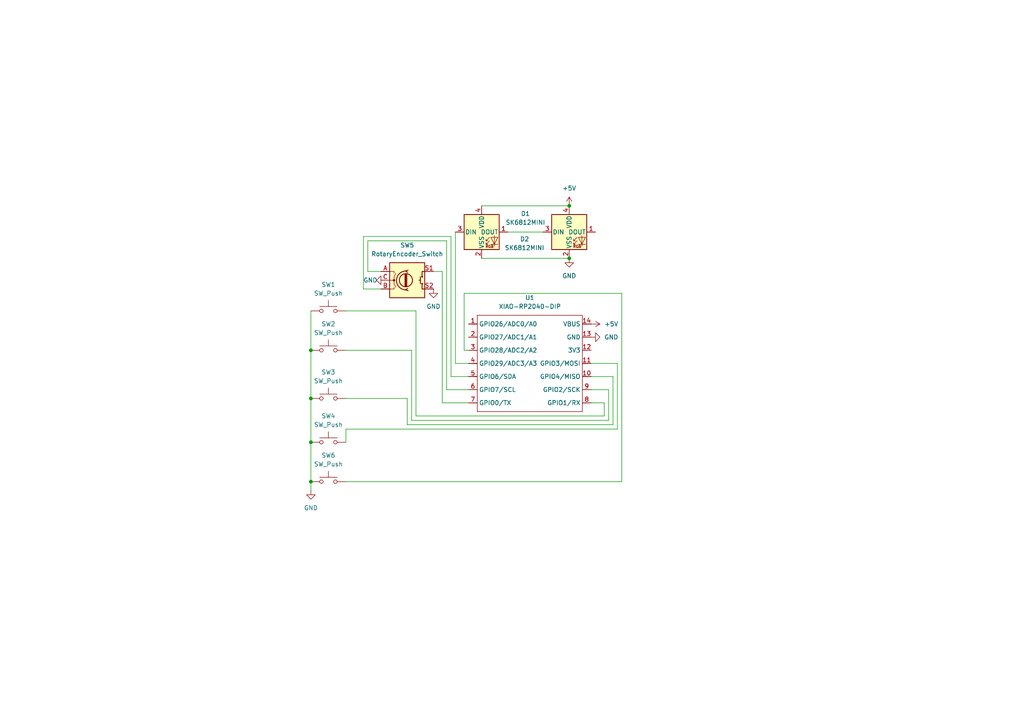
<source format=kicad_sch>
(kicad_sch
	(version 20231120)
	(generator "eeschema")
	(generator_version "8.0")
	(uuid "edee1925-628e-45ac-8473-3c8cca85ef0d")
	(paper "A4")
	(lib_symbols
		(symbol "Device:RotaryEncoder_Switch"
			(pin_names
				(offset 0.254) hide)
			(exclude_from_sim no)
			(in_bom yes)
			(on_board yes)
			(property "Reference" "SW"
				(at 0 6.604 0)
				(effects
					(font
						(size 1.27 1.27)
					)
				)
			)
			(property "Value" "RotaryEncoder_Switch"
				(at 0 -6.604 0)
				(effects
					(font
						(size 1.27 1.27)
					)
				)
			)
			(property "Footprint" ""
				(at -3.81 4.064 0)
				(effects
					(font
						(size 1.27 1.27)
					)
					(hide yes)
				)
			)
			(property "Datasheet" "~"
				(at 0 6.604 0)
				(effects
					(font
						(size 1.27 1.27)
					)
					(hide yes)
				)
			)
			(property "Description" "Rotary encoder, dual channel, incremental quadrate outputs, with switch"
				(at 0 0 0)
				(effects
					(font
						(size 1.27 1.27)
					)
					(hide yes)
				)
			)
			(property "ki_keywords" "rotary switch encoder switch push button"
				(at 0 0 0)
				(effects
					(font
						(size 1.27 1.27)
					)
					(hide yes)
				)
			)
			(property "ki_fp_filters" "RotaryEncoder*Switch*"
				(at 0 0 0)
				(effects
					(font
						(size 1.27 1.27)
					)
					(hide yes)
				)
			)
			(symbol "RotaryEncoder_Switch_0_1"
				(rectangle
					(start -5.08 5.08)
					(end 5.08 -5.08)
					(stroke
						(width 0.254)
						(type default)
					)
					(fill
						(type background)
					)
				)
				(circle
					(center -3.81 0)
					(radius 0.254)
					(stroke
						(width 0)
						(type default)
					)
					(fill
						(type outline)
					)
				)
				(circle
					(center -0.381 0)
					(radius 1.905)
					(stroke
						(width 0.254)
						(type default)
					)
					(fill
						(type none)
					)
				)
				(arc
					(start -0.381 2.667)
					(mid -3.0988 -0.0635)
					(end -0.381 -2.794)
					(stroke
						(width 0.254)
						(type default)
					)
					(fill
						(type none)
					)
				)
				(polyline
					(pts
						(xy -0.635 -1.778) (xy -0.635 1.778)
					)
					(stroke
						(width 0.254)
						(type default)
					)
					(fill
						(type none)
					)
				)
				(polyline
					(pts
						(xy -0.381 -1.778) (xy -0.381 1.778)
					)
					(stroke
						(width 0.254)
						(type default)
					)
					(fill
						(type none)
					)
				)
				(polyline
					(pts
						(xy -0.127 1.778) (xy -0.127 -1.778)
					)
					(stroke
						(width 0.254)
						(type default)
					)
					(fill
						(type none)
					)
				)
				(polyline
					(pts
						(xy 3.81 0) (xy 3.429 0)
					)
					(stroke
						(width 0.254)
						(type default)
					)
					(fill
						(type none)
					)
				)
				(polyline
					(pts
						(xy 3.81 1.016) (xy 3.81 -1.016)
					)
					(stroke
						(width 0.254)
						(type default)
					)
					(fill
						(type none)
					)
				)
				(polyline
					(pts
						(xy -5.08 -2.54) (xy -3.81 -2.54) (xy -3.81 -2.032)
					)
					(stroke
						(width 0)
						(type default)
					)
					(fill
						(type none)
					)
				)
				(polyline
					(pts
						(xy -5.08 2.54) (xy -3.81 2.54) (xy -3.81 2.032)
					)
					(stroke
						(width 0)
						(type default)
					)
					(fill
						(type none)
					)
				)
				(polyline
					(pts
						(xy 0.254 -3.048) (xy -0.508 -2.794) (xy 0.127 -2.413)
					)
					(stroke
						(width 0.254)
						(type default)
					)
					(fill
						(type none)
					)
				)
				(polyline
					(pts
						(xy 0.254 2.921) (xy -0.508 2.667) (xy 0.127 2.286)
					)
					(stroke
						(width 0.254)
						(type default)
					)
					(fill
						(type none)
					)
				)
				(polyline
					(pts
						(xy 5.08 -2.54) (xy 4.318 -2.54) (xy 4.318 -1.016)
					)
					(stroke
						(width 0.254)
						(type default)
					)
					(fill
						(type none)
					)
				)
				(polyline
					(pts
						(xy 5.08 2.54) (xy 4.318 2.54) (xy 4.318 1.016)
					)
					(stroke
						(width 0.254)
						(type default)
					)
					(fill
						(type none)
					)
				)
				(polyline
					(pts
						(xy -5.08 0) (xy -3.81 0) (xy -3.81 -1.016) (xy -3.302 -2.032)
					)
					(stroke
						(width 0)
						(type default)
					)
					(fill
						(type none)
					)
				)
				(polyline
					(pts
						(xy -4.318 0) (xy -3.81 0) (xy -3.81 1.016) (xy -3.302 2.032)
					)
					(stroke
						(width 0)
						(type default)
					)
					(fill
						(type none)
					)
				)
				(circle
					(center 4.318 -1.016)
					(radius 0.127)
					(stroke
						(width 0.254)
						(type default)
					)
					(fill
						(type none)
					)
				)
				(circle
					(center 4.318 1.016)
					(radius 0.127)
					(stroke
						(width 0.254)
						(type default)
					)
					(fill
						(type none)
					)
				)
			)
			(symbol "RotaryEncoder_Switch_1_1"
				(pin passive line
					(at -7.62 2.54 0)
					(length 2.54)
					(name "A"
						(effects
							(font
								(size 1.27 1.27)
							)
						)
					)
					(number "A"
						(effects
							(font
								(size 1.27 1.27)
							)
						)
					)
				)
				(pin passive line
					(at -7.62 -2.54 0)
					(length 2.54)
					(name "B"
						(effects
							(font
								(size 1.27 1.27)
							)
						)
					)
					(number "B"
						(effects
							(font
								(size 1.27 1.27)
							)
						)
					)
				)
				(pin passive line
					(at -7.62 0 0)
					(length 2.54)
					(name "C"
						(effects
							(font
								(size 1.27 1.27)
							)
						)
					)
					(number "C"
						(effects
							(font
								(size 1.27 1.27)
							)
						)
					)
				)
				(pin passive line
					(at 7.62 2.54 180)
					(length 2.54)
					(name "S1"
						(effects
							(font
								(size 1.27 1.27)
							)
						)
					)
					(number "S1"
						(effects
							(font
								(size 1.27 1.27)
							)
						)
					)
				)
				(pin passive line
					(at 7.62 -2.54 180)
					(length 2.54)
					(name "S2"
						(effects
							(font
								(size 1.27 1.27)
							)
						)
					)
					(number "S2"
						(effects
							(font
								(size 1.27 1.27)
							)
						)
					)
				)
			)
		)
		(symbol "LED:SK6812MINI"
			(pin_names
				(offset 0.254)
			)
			(exclude_from_sim no)
			(in_bom yes)
			(on_board yes)
			(property "Reference" "D"
				(at 5.08 5.715 0)
				(effects
					(font
						(size 1.27 1.27)
					)
					(justify right bottom)
				)
			)
			(property "Value" "SK6812MINI"
				(at 1.27 -5.715 0)
				(effects
					(font
						(size 1.27 1.27)
					)
					(justify left top)
				)
			)
			(property "Footprint" "LED_SMD:LED_SK6812MINI_PLCC4_3.5x3.5mm_P1.75mm"
				(at 1.27 -7.62 0)
				(effects
					(font
						(size 1.27 1.27)
					)
					(justify left top)
					(hide yes)
				)
			)
			(property "Datasheet" "https://cdn-shop.adafruit.com/product-files/2686/SK6812MINI_REV.01-1-2.pdf"
				(at 2.54 -9.525 0)
				(effects
					(font
						(size 1.27 1.27)
					)
					(justify left top)
					(hide yes)
				)
			)
			(property "Description" "RGB LED with integrated controller"
				(at 0 0 0)
				(effects
					(font
						(size 1.27 1.27)
					)
					(hide yes)
				)
			)
			(property "ki_keywords" "RGB LED NeoPixel Mini addressable"
				(at 0 0 0)
				(effects
					(font
						(size 1.27 1.27)
					)
					(hide yes)
				)
			)
			(property "ki_fp_filters" "LED*SK6812MINI*PLCC*3.5x3.5mm*P1.75mm*"
				(at 0 0 0)
				(effects
					(font
						(size 1.27 1.27)
					)
					(hide yes)
				)
			)
			(symbol "SK6812MINI_0_0"
				(text "RGB"
					(at 2.286 -4.191 0)
					(effects
						(font
							(size 0.762 0.762)
						)
					)
				)
			)
			(symbol "SK6812MINI_0_1"
				(polyline
					(pts
						(xy 1.27 -3.556) (xy 1.778 -3.556)
					)
					(stroke
						(width 0)
						(type default)
					)
					(fill
						(type none)
					)
				)
				(polyline
					(pts
						(xy 1.27 -2.54) (xy 1.778 -2.54)
					)
					(stroke
						(width 0)
						(type default)
					)
					(fill
						(type none)
					)
				)
				(polyline
					(pts
						(xy 4.699 -3.556) (xy 2.667 -3.556)
					)
					(stroke
						(width 0)
						(type default)
					)
					(fill
						(type none)
					)
				)
				(polyline
					(pts
						(xy 2.286 -2.54) (xy 1.27 -3.556) (xy 1.27 -3.048)
					)
					(stroke
						(width 0)
						(type default)
					)
					(fill
						(type none)
					)
				)
				(polyline
					(pts
						(xy 2.286 -1.524) (xy 1.27 -2.54) (xy 1.27 -2.032)
					)
					(stroke
						(width 0)
						(type default)
					)
					(fill
						(type none)
					)
				)
				(polyline
					(pts
						(xy 3.683 -1.016) (xy 3.683 -3.556) (xy 3.683 -4.064)
					)
					(stroke
						(width 0)
						(type default)
					)
					(fill
						(type none)
					)
				)
				(polyline
					(pts
						(xy 4.699 -1.524) (xy 2.667 -1.524) (xy 3.683 -3.556) (xy 4.699 -1.524)
					)
					(stroke
						(width 0)
						(type default)
					)
					(fill
						(type none)
					)
				)
				(rectangle
					(start 5.08 5.08)
					(end -5.08 -5.08)
					(stroke
						(width 0.254)
						(type default)
					)
					(fill
						(type background)
					)
				)
			)
			(symbol "SK6812MINI_1_1"
				(pin output line
					(at 7.62 0 180)
					(length 2.54)
					(name "DOUT"
						(effects
							(font
								(size 1.27 1.27)
							)
						)
					)
					(number "1"
						(effects
							(font
								(size 1.27 1.27)
							)
						)
					)
				)
				(pin power_in line
					(at 0 -7.62 90)
					(length 2.54)
					(name "VSS"
						(effects
							(font
								(size 1.27 1.27)
							)
						)
					)
					(number "2"
						(effects
							(font
								(size 1.27 1.27)
							)
						)
					)
				)
				(pin input line
					(at -7.62 0 0)
					(length 2.54)
					(name "DIN"
						(effects
							(font
								(size 1.27 1.27)
							)
						)
					)
					(number "3"
						(effects
							(font
								(size 1.27 1.27)
							)
						)
					)
				)
				(pin power_in line
					(at 0 7.62 270)
					(length 2.54)
					(name "VDD"
						(effects
							(font
								(size 1.27 1.27)
							)
						)
					)
					(number "4"
						(effects
							(font
								(size 1.27 1.27)
							)
						)
					)
				)
			)
		)
		(symbol "OPL:XIAO-RP2040-DIP"
			(exclude_from_sim no)
			(in_bom yes)
			(on_board yes)
			(property "Reference" "U"
				(at 0 0 0)
				(effects
					(font
						(size 1.27 1.27)
					)
				)
			)
			(property "Value" "XIAO-RP2040-DIP"
				(at 5.334 -1.778 0)
				(effects
					(font
						(size 1.27 1.27)
					)
				)
			)
			(property "Footprint" "Module:MOUDLE14P-XIAO-DIP-SMD"
				(at 14.478 -32.258 0)
				(effects
					(font
						(size 1.27 1.27)
					)
					(hide yes)
				)
			)
			(property "Datasheet" ""
				(at 0 0 0)
				(effects
					(font
						(size 1.27 1.27)
					)
					(hide yes)
				)
			)
			(property "Description" ""
				(at 0 0 0)
				(effects
					(font
						(size 1.27 1.27)
					)
					(hide yes)
				)
			)
			(symbol "XIAO-RP2040-DIP_1_0"
				(polyline
					(pts
						(xy -1.27 -30.48) (xy -1.27 -16.51)
					)
					(stroke
						(width 0.1524)
						(type solid)
					)
					(fill
						(type none)
					)
				)
				(polyline
					(pts
						(xy -1.27 -27.94) (xy -2.54 -27.94)
					)
					(stroke
						(width 0.1524)
						(type solid)
					)
					(fill
						(type none)
					)
				)
				(polyline
					(pts
						(xy -1.27 -24.13) (xy -2.54 -24.13)
					)
					(stroke
						(width 0.1524)
						(type solid)
					)
					(fill
						(type none)
					)
				)
				(polyline
					(pts
						(xy -1.27 -20.32) (xy -2.54 -20.32)
					)
					(stroke
						(width 0.1524)
						(type solid)
					)
					(fill
						(type none)
					)
				)
				(polyline
					(pts
						(xy -1.27 -16.51) (xy -2.54 -16.51)
					)
					(stroke
						(width 0.1524)
						(type solid)
					)
					(fill
						(type none)
					)
				)
				(polyline
					(pts
						(xy -1.27 -16.51) (xy -1.27 -12.7)
					)
					(stroke
						(width 0.1524)
						(type solid)
					)
					(fill
						(type none)
					)
				)
				(polyline
					(pts
						(xy -1.27 -12.7) (xy -2.54 -12.7)
					)
					(stroke
						(width 0.1524)
						(type solid)
					)
					(fill
						(type none)
					)
				)
				(polyline
					(pts
						(xy -1.27 -12.7) (xy -1.27 -8.89)
					)
					(stroke
						(width 0.1524)
						(type solid)
					)
					(fill
						(type none)
					)
				)
				(polyline
					(pts
						(xy -1.27 -8.89) (xy -2.54 -8.89)
					)
					(stroke
						(width 0.1524)
						(type solid)
					)
					(fill
						(type none)
					)
				)
				(polyline
					(pts
						(xy -1.27 -8.89) (xy -1.27 -5.08)
					)
					(stroke
						(width 0.1524)
						(type solid)
					)
					(fill
						(type none)
					)
				)
				(polyline
					(pts
						(xy -1.27 -5.08) (xy -2.54 -5.08)
					)
					(stroke
						(width 0.1524)
						(type solid)
					)
					(fill
						(type none)
					)
				)
				(polyline
					(pts
						(xy -1.27 -5.08) (xy -1.27 -2.54)
					)
					(stroke
						(width 0.1524)
						(type solid)
					)
					(fill
						(type none)
					)
				)
				(polyline
					(pts
						(xy -1.27 -2.54) (xy 29.21 -2.54)
					)
					(stroke
						(width 0.1524)
						(type solid)
					)
					(fill
						(type none)
					)
				)
				(polyline
					(pts
						(xy 29.21 -30.48) (xy -1.27 -30.48)
					)
					(stroke
						(width 0.1524)
						(type solid)
					)
					(fill
						(type none)
					)
				)
				(polyline
					(pts
						(xy 29.21 -12.7) (xy 29.21 -30.48)
					)
					(stroke
						(width 0.1524)
						(type solid)
					)
					(fill
						(type none)
					)
				)
				(polyline
					(pts
						(xy 29.21 -8.89) (xy 29.21 -12.7)
					)
					(stroke
						(width 0.1524)
						(type solid)
					)
					(fill
						(type none)
					)
				)
				(polyline
					(pts
						(xy 29.21 -5.08) (xy 29.21 -8.89)
					)
					(stroke
						(width 0.1524)
						(type solid)
					)
					(fill
						(type none)
					)
				)
				(polyline
					(pts
						(xy 29.21 -2.54) (xy 29.21 -5.08)
					)
					(stroke
						(width 0.1524)
						(type solid)
					)
					(fill
						(type none)
					)
				)
				(polyline
					(pts
						(xy 30.48 -27.94) (xy 29.21 -27.94)
					)
					(stroke
						(width 0.1524)
						(type solid)
					)
					(fill
						(type none)
					)
				)
				(polyline
					(pts
						(xy 30.48 -24.13) (xy 29.21 -24.13)
					)
					(stroke
						(width 0.1524)
						(type solid)
					)
					(fill
						(type none)
					)
				)
				(polyline
					(pts
						(xy 30.48 -20.32) (xy 29.21 -20.32)
					)
					(stroke
						(width 0.1524)
						(type solid)
					)
					(fill
						(type none)
					)
				)
				(polyline
					(pts
						(xy 30.48 -16.51) (xy 29.21 -16.51)
					)
					(stroke
						(width 0.1524)
						(type solid)
					)
					(fill
						(type none)
					)
				)
				(polyline
					(pts
						(xy 30.48 -12.7) (xy 29.21 -12.7)
					)
					(stroke
						(width 0.1524)
						(type solid)
					)
					(fill
						(type none)
					)
				)
				(polyline
					(pts
						(xy 30.48 -8.89) (xy 29.21 -8.89)
					)
					(stroke
						(width 0.1524)
						(type solid)
					)
					(fill
						(type none)
					)
				)
				(polyline
					(pts
						(xy 30.48 -5.08) (xy 29.21 -5.08)
					)
					(stroke
						(width 0.1524)
						(type solid)
					)
					(fill
						(type none)
					)
				)
				(pin passive line
					(at -3.81 -5.08 0)
					(length 2.54)
					(name "GPIO26/ADC0/A0"
						(effects
							(font
								(size 1.27 1.27)
							)
						)
					)
					(number "1"
						(effects
							(font
								(size 1.27 1.27)
							)
						)
					)
				)
				(pin passive line
					(at 31.75 -20.32 180)
					(length 2.54)
					(name "GPIO4/MISO"
						(effects
							(font
								(size 1.27 1.27)
							)
						)
					)
					(number "10"
						(effects
							(font
								(size 1.27 1.27)
							)
						)
					)
				)
				(pin passive line
					(at 31.75 -16.51 180)
					(length 2.54)
					(name "GPIO3/MOSI"
						(effects
							(font
								(size 1.27 1.27)
							)
						)
					)
					(number "11"
						(effects
							(font
								(size 1.27 1.27)
							)
						)
					)
				)
				(pin passive line
					(at 31.75 -12.7 180)
					(length 2.54)
					(name "3V3"
						(effects
							(font
								(size 1.27 1.27)
							)
						)
					)
					(number "12"
						(effects
							(font
								(size 1.27 1.27)
							)
						)
					)
				)
				(pin passive line
					(at 31.75 -8.89 180)
					(length 2.54)
					(name "GND"
						(effects
							(font
								(size 1.27 1.27)
							)
						)
					)
					(number "13"
						(effects
							(font
								(size 1.27 1.27)
							)
						)
					)
				)
				(pin passive line
					(at 31.75 -5.08 180)
					(length 2.54)
					(name "VBUS"
						(effects
							(font
								(size 1.27 1.27)
							)
						)
					)
					(number "14"
						(effects
							(font
								(size 1.27 1.27)
							)
						)
					)
				)
				(pin passive line
					(at -3.81 -8.89 0)
					(length 2.54)
					(name "GPIO27/ADC1/A1"
						(effects
							(font
								(size 1.27 1.27)
							)
						)
					)
					(number "2"
						(effects
							(font
								(size 1.27 1.27)
							)
						)
					)
				)
				(pin passive line
					(at -3.81 -12.7 0)
					(length 2.54)
					(name "GPIO28/ADC2/A2"
						(effects
							(font
								(size 1.27 1.27)
							)
						)
					)
					(number "3"
						(effects
							(font
								(size 1.27 1.27)
							)
						)
					)
				)
				(pin passive line
					(at -3.81 -16.51 0)
					(length 2.54)
					(name "GPIO29/ADC3/A3"
						(effects
							(font
								(size 1.27 1.27)
							)
						)
					)
					(number "4"
						(effects
							(font
								(size 1.27 1.27)
							)
						)
					)
				)
				(pin passive line
					(at -3.81 -20.32 0)
					(length 2.54)
					(name "GPIO6/SDA"
						(effects
							(font
								(size 1.27 1.27)
							)
						)
					)
					(number "5"
						(effects
							(font
								(size 1.27 1.27)
							)
						)
					)
				)
				(pin passive line
					(at -3.81 -24.13 0)
					(length 2.54)
					(name "GPIO7/SCL"
						(effects
							(font
								(size 1.27 1.27)
							)
						)
					)
					(number "6"
						(effects
							(font
								(size 1.27 1.27)
							)
						)
					)
				)
				(pin passive line
					(at -3.81 -27.94 0)
					(length 2.54)
					(name "GPIO0/TX"
						(effects
							(font
								(size 1.27 1.27)
							)
						)
					)
					(number "7"
						(effects
							(font
								(size 1.27 1.27)
							)
						)
					)
				)
				(pin passive line
					(at 31.75 -27.94 180)
					(length 2.54)
					(name "GPIO1/RX"
						(effects
							(font
								(size 1.27 1.27)
							)
						)
					)
					(number "8"
						(effects
							(font
								(size 1.27 1.27)
							)
						)
					)
				)
				(pin passive line
					(at 31.75 -24.13 180)
					(length 2.54)
					(name "GPIO2/SCK"
						(effects
							(font
								(size 1.27 1.27)
							)
						)
					)
					(number "9"
						(effects
							(font
								(size 1.27 1.27)
							)
						)
					)
				)
			)
		)
		(symbol "Switch:SW_Push"
			(pin_numbers hide)
			(pin_names
				(offset 1.016) hide)
			(exclude_from_sim no)
			(in_bom yes)
			(on_board yes)
			(property "Reference" "SW"
				(at 1.27 2.54 0)
				(effects
					(font
						(size 1.27 1.27)
					)
					(justify left)
				)
			)
			(property "Value" "SW_Push"
				(at 0 -1.524 0)
				(effects
					(font
						(size 1.27 1.27)
					)
				)
			)
			(property "Footprint" ""
				(at 0 5.08 0)
				(effects
					(font
						(size 1.27 1.27)
					)
					(hide yes)
				)
			)
			(property "Datasheet" "~"
				(at 0 5.08 0)
				(effects
					(font
						(size 1.27 1.27)
					)
					(hide yes)
				)
			)
			(property "Description" "Push button switch, generic, two pins"
				(at 0 0 0)
				(effects
					(font
						(size 1.27 1.27)
					)
					(hide yes)
				)
			)
			(property "ki_keywords" "switch normally-open pushbutton push-button"
				(at 0 0 0)
				(effects
					(font
						(size 1.27 1.27)
					)
					(hide yes)
				)
			)
			(symbol "SW_Push_0_1"
				(circle
					(center -2.032 0)
					(radius 0.508)
					(stroke
						(width 0)
						(type default)
					)
					(fill
						(type none)
					)
				)
				(polyline
					(pts
						(xy 0 1.27) (xy 0 3.048)
					)
					(stroke
						(width 0)
						(type default)
					)
					(fill
						(type none)
					)
				)
				(polyline
					(pts
						(xy 2.54 1.27) (xy -2.54 1.27)
					)
					(stroke
						(width 0)
						(type default)
					)
					(fill
						(type none)
					)
				)
				(circle
					(center 2.032 0)
					(radius 0.508)
					(stroke
						(width 0)
						(type default)
					)
					(fill
						(type none)
					)
				)
				(pin passive line
					(at -5.08 0 0)
					(length 2.54)
					(name "1"
						(effects
							(font
								(size 1.27 1.27)
							)
						)
					)
					(number "1"
						(effects
							(font
								(size 1.27 1.27)
							)
						)
					)
				)
				(pin passive line
					(at 5.08 0 180)
					(length 2.54)
					(name "2"
						(effects
							(font
								(size 1.27 1.27)
							)
						)
					)
					(number "2"
						(effects
							(font
								(size 1.27 1.27)
							)
						)
					)
				)
			)
		)
		(symbol "power:+5V"
			(power)
			(pin_numbers hide)
			(pin_names
				(offset 0) hide)
			(exclude_from_sim no)
			(in_bom yes)
			(on_board yes)
			(property "Reference" "#PWR"
				(at 0 -3.81 0)
				(effects
					(font
						(size 1.27 1.27)
					)
					(hide yes)
				)
			)
			(property "Value" "+5V"
				(at 0 3.556 0)
				(effects
					(font
						(size 1.27 1.27)
					)
				)
			)
			(property "Footprint" ""
				(at 0 0 0)
				(effects
					(font
						(size 1.27 1.27)
					)
					(hide yes)
				)
			)
			(property "Datasheet" ""
				(at 0 0 0)
				(effects
					(font
						(size 1.27 1.27)
					)
					(hide yes)
				)
			)
			(property "Description" "Power symbol creates a global label with name \"+5V\""
				(at 0 0 0)
				(effects
					(font
						(size 1.27 1.27)
					)
					(hide yes)
				)
			)
			(property "ki_keywords" "global power"
				(at 0 0 0)
				(effects
					(font
						(size 1.27 1.27)
					)
					(hide yes)
				)
			)
			(symbol "+5V_0_1"
				(polyline
					(pts
						(xy -0.762 1.27) (xy 0 2.54)
					)
					(stroke
						(width 0)
						(type default)
					)
					(fill
						(type none)
					)
				)
				(polyline
					(pts
						(xy 0 0) (xy 0 2.54)
					)
					(stroke
						(width 0)
						(type default)
					)
					(fill
						(type none)
					)
				)
				(polyline
					(pts
						(xy 0 2.54) (xy 0.762 1.27)
					)
					(stroke
						(width 0)
						(type default)
					)
					(fill
						(type none)
					)
				)
			)
			(symbol "+5V_1_1"
				(pin power_in line
					(at 0 0 90)
					(length 0)
					(name "~"
						(effects
							(font
								(size 1.27 1.27)
							)
						)
					)
					(number "1"
						(effects
							(font
								(size 1.27 1.27)
							)
						)
					)
				)
			)
		)
		(symbol "power:GND"
			(power)
			(pin_numbers hide)
			(pin_names
				(offset 0) hide)
			(exclude_from_sim no)
			(in_bom yes)
			(on_board yes)
			(property "Reference" "#PWR"
				(at 0 -6.35 0)
				(effects
					(font
						(size 1.27 1.27)
					)
					(hide yes)
				)
			)
			(property "Value" "GND"
				(at 0 -3.81 0)
				(effects
					(font
						(size 1.27 1.27)
					)
				)
			)
			(property "Footprint" ""
				(at 0 0 0)
				(effects
					(font
						(size 1.27 1.27)
					)
					(hide yes)
				)
			)
			(property "Datasheet" ""
				(at 0 0 0)
				(effects
					(font
						(size 1.27 1.27)
					)
					(hide yes)
				)
			)
			(property "Description" "Power symbol creates a global label with name \"GND\" , ground"
				(at 0 0 0)
				(effects
					(font
						(size 1.27 1.27)
					)
					(hide yes)
				)
			)
			(property "ki_keywords" "global power"
				(at 0 0 0)
				(effects
					(font
						(size 1.27 1.27)
					)
					(hide yes)
				)
			)
			(symbol "GND_0_1"
				(polyline
					(pts
						(xy 0 0) (xy 0 -1.27) (xy 1.27 -1.27) (xy 0 -2.54) (xy -1.27 -1.27) (xy 0 -1.27)
					)
					(stroke
						(width 0)
						(type default)
					)
					(fill
						(type none)
					)
				)
			)
			(symbol "GND_1_1"
				(pin power_in line
					(at 0 0 270)
					(length 0)
					(name "~"
						(effects
							(font
								(size 1.27 1.27)
							)
						)
					)
					(number "1"
						(effects
							(font
								(size 1.27 1.27)
							)
						)
					)
				)
			)
		)
	)
	(junction
		(at 90.17 128.27)
		(diameter 0)
		(color 0 0 0 0)
		(uuid "260ba885-cce6-4272-af0d-cb724e19aedc")
	)
	(junction
		(at 165.1 74.93)
		(diameter 0)
		(color 0 0 0 0)
		(uuid "5f9dae2f-57ef-4295-abf8-7bb1b3afd017")
	)
	(junction
		(at 90.17 115.57)
		(diameter 0)
		(color 0 0 0 0)
		(uuid "823ffe9b-ef51-43e5-af26-f1490bcdc846")
	)
	(junction
		(at 90.17 139.7)
		(diameter 0)
		(color 0 0 0 0)
		(uuid "929811e3-08f2-4188-b187-af48849ac7e0")
	)
	(junction
		(at 90.17 101.6)
		(diameter 0)
		(color 0 0 0 0)
		(uuid "a9bef2ce-ccc7-4e8a-a641-9da56466bfaa")
	)
	(junction
		(at 165.1 59.69)
		(diameter 0)
		(color 0 0 0 0)
		(uuid "f3e08e28-f656-48e1-8bff-2cb252f21cbe")
	)
	(wire
		(pts
			(xy 118.11 123.19) (xy 177.8 123.19)
		)
		(stroke
			(width 0)
			(type default)
		)
		(uuid "01842002-9c98-443d-8210-66b9e643c2b3")
	)
	(wire
		(pts
			(xy 90.17 139.7) (xy 90.17 142.24)
		)
		(stroke
			(width 0)
			(type default)
		)
		(uuid "0acb59cd-5e4a-4476-adaa-ec1b771249ae")
	)
	(wire
		(pts
			(xy 90.17 101.6) (xy 90.17 115.57)
		)
		(stroke
			(width 0)
			(type default)
		)
		(uuid "0e8ac6b3-a762-406a-9076-9b588bcea150")
	)
	(wire
		(pts
			(xy 175.26 120.65) (xy 175.26 116.84)
		)
		(stroke
			(width 0)
			(type default)
		)
		(uuid "108e4463-ae88-4560-9bc3-e712478540c6")
	)
	(wire
		(pts
			(xy 130.81 109.22) (xy 135.89 109.22)
		)
		(stroke
			(width 0)
			(type default)
		)
		(uuid "24f84080-1c1a-4a6c-9514-6fd9ac4ca015")
	)
	(wire
		(pts
			(xy 139.7 74.93) (xy 165.1 74.93)
		)
		(stroke
			(width 0)
			(type default)
		)
		(uuid "2645554f-6918-42d8-8878-c4bf97c66bc6")
	)
	(wire
		(pts
			(xy 125.73 78.74) (xy 128.27 78.74)
		)
		(stroke
			(width 0)
			(type default)
		)
		(uuid "2a526f2d-7b0f-4080-a164-59f041ff0234")
	)
	(wire
		(pts
			(xy 139.7 59.69) (xy 165.1 59.69)
		)
		(stroke
			(width 0)
			(type default)
		)
		(uuid "2cc41dda-56c1-430c-99b4-bce68007ca22")
	)
	(wire
		(pts
			(xy 90.17 90.17) (xy 90.17 101.6)
		)
		(stroke
			(width 0)
			(type default)
		)
		(uuid "2e435b90-b438-4ac1-b2a3-de6e27dcdabd")
	)
	(wire
		(pts
			(xy 175.26 116.84) (xy 171.45 116.84)
		)
		(stroke
			(width 0)
			(type default)
		)
		(uuid "2e63d6e4-772e-44f6-8029-230331aa0135")
	)
	(wire
		(pts
			(xy 132.08 105.41) (xy 135.89 105.41)
		)
		(stroke
			(width 0)
			(type default)
		)
		(uuid "30006e19-7619-4da3-8944-b1d7b09e7a3f")
	)
	(wire
		(pts
			(xy 179.07 124.46) (xy 179.07 105.41)
		)
		(stroke
			(width 0)
			(type default)
		)
		(uuid "3a43d313-2cbb-4da7-ade6-7838113d141d")
	)
	(wire
		(pts
			(xy 180.34 85.09) (xy 134.62 85.09)
		)
		(stroke
			(width 0)
			(type default)
		)
		(uuid "3c798a6d-e727-40a4-b8b8-e4d8ba7b0a4d")
	)
	(wire
		(pts
			(xy 105.41 83.82) (xy 105.41 68.58)
		)
		(stroke
			(width 0)
			(type default)
		)
		(uuid "453c51a1-2f33-4388-8831-7fb79c668e2b")
	)
	(wire
		(pts
			(xy 180.34 139.7) (xy 180.34 85.09)
		)
		(stroke
			(width 0)
			(type default)
		)
		(uuid "4d721eda-5fbe-4637-a782-3bdf54fe8a47")
	)
	(wire
		(pts
			(xy 171.45 113.03) (xy 176.53 113.03)
		)
		(stroke
			(width 0)
			(type default)
		)
		(uuid "4dc636f6-e9f8-4200-a15f-cc61935a3d7b")
	)
	(wire
		(pts
			(xy 119.38 101.6) (xy 119.38 121.92)
		)
		(stroke
			(width 0)
			(type default)
		)
		(uuid "54a73fe4-89ea-444a-96ac-26d7fabb4b41")
	)
	(wire
		(pts
			(xy 100.33 115.57) (xy 118.11 115.57)
		)
		(stroke
			(width 0)
			(type default)
		)
		(uuid "597802ed-bc46-4e33-b24b-4ba1c48b2161")
	)
	(wire
		(pts
			(xy 129.54 113.03) (xy 135.89 113.03)
		)
		(stroke
			(width 0)
			(type default)
		)
		(uuid "62fa7dc4-1631-4bc5-94cf-0c9aa868ba39")
	)
	(wire
		(pts
			(xy 100.33 124.46) (xy 179.07 124.46)
		)
		(stroke
			(width 0)
			(type default)
		)
		(uuid "64832822-20bf-4d90-b7ac-9e23eb9e1f60")
	)
	(wire
		(pts
			(xy 120.65 90.17) (xy 120.65 120.65)
		)
		(stroke
			(width 0)
			(type default)
		)
		(uuid "65d40191-0b1e-4132-b66a-e99646e1f3fa")
	)
	(wire
		(pts
			(xy 179.07 105.41) (xy 171.45 105.41)
		)
		(stroke
			(width 0)
			(type default)
		)
		(uuid "6a1a5254-aa09-4f6c-87b0-578d3b765164")
	)
	(wire
		(pts
			(xy 100.33 139.7) (xy 180.34 139.7)
		)
		(stroke
			(width 0)
			(type default)
		)
		(uuid "6c2357f0-7d75-4d19-a2e6-4422b3402556")
	)
	(wire
		(pts
			(xy 147.32 67.31) (xy 157.48 67.31)
		)
		(stroke
			(width 0)
			(type default)
		)
		(uuid "78366ac2-f438-4833-ba3e-73454d2de3a1")
	)
	(wire
		(pts
			(xy 176.53 121.92) (xy 176.53 113.03)
		)
		(stroke
			(width 0)
			(type default)
		)
		(uuid "78b3e479-e54e-440e-addb-ac84943a8099")
	)
	(wire
		(pts
			(xy 128.27 78.74) (xy 128.27 116.84)
		)
		(stroke
			(width 0)
			(type default)
		)
		(uuid "85624db8-f169-47e8-a7b8-c3b8b3abc1d5")
	)
	(wire
		(pts
			(xy 132.08 67.31) (xy 132.08 105.41)
		)
		(stroke
			(width 0)
			(type default)
		)
		(uuid "877e5ce4-8b88-4b52-8a3c-85516bbcf6a8")
	)
	(wire
		(pts
			(xy 90.17 115.57) (xy 90.17 128.27)
		)
		(stroke
			(width 0)
			(type default)
		)
		(uuid "89cc2963-8b5b-45dc-bf38-fed7d6b3ea97")
	)
	(wire
		(pts
			(xy 120.65 120.65) (xy 175.26 120.65)
		)
		(stroke
			(width 0)
			(type default)
		)
		(uuid "8a309113-9d9a-4649-b00c-d28f4eefb9a9")
	)
	(wire
		(pts
			(xy 100.33 90.17) (xy 120.65 90.17)
		)
		(stroke
			(width 0)
			(type default)
		)
		(uuid "9092930c-156f-4a55-925f-7c053920ad78")
	)
	(wire
		(pts
			(xy 134.62 101.6) (xy 135.89 101.6)
		)
		(stroke
			(width 0)
			(type default)
		)
		(uuid "9aa3955f-a03c-451a-832f-cea891fbe943")
	)
	(wire
		(pts
			(xy 118.11 115.57) (xy 118.11 123.19)
		)
		(stroke
			(width 0)
			(type default)
		)
		(uuid "a1379f8b-7e92-4f54-8a22-a8940674f865")
	)
	(wire
		(pts
			(xy 119.38 121.92) (xy 176.53 121.92)
		)
		(stroke
			(width 0)
			(type default)
		)
		(uuid "a28196d2-e49c-4545-8b38-a00892df537b")
	)
	(wire
		(pts
			(xy 128.27 116.84) (xy 135.89 116.84)
		)
		(stroke
			(width 0)
			(type default)
		)
		(uuid "a5685007-8481-400b-9efb-19117eb3cbda")
	)
	(wire
		(pts
			(xy 100.33 101.6) (xy 119.38 101.6)
		)
		(stroke
			(width 0)
			(type default)
		)
		(uuid "a6139778-9bd7-4f7c-b43d-7c4dc6e455c0")
	)
	(wire
		(pts
			(xy 110.49 78.74) (xy 106.68 78.74)
		)
		(stroke
			(width 0)
			(type default)
		)
		(uuid "acaa885e-8a14-4598-b6f2-264a6880a979")
	)
	(wire
		(pts
			(xy 129.54 69.85) (xy 129.54 113.03)
		)
		(stroke
			(width 0)
			(type default)
		)
		(uuid "ba5a1f5a-cac3-4a38-926e-69c58beb8221")
	)
	(wire
		(pts
			(xy 100.33 124.46) (xy 100.33 128.27)
		)
		(stroke
			(width 0)
			(type default)
		)
		(uuid "c2d45839-1549-435d-9003-3c5411b1359f")
	)
	(wire
		(pts
			(xy 105.41 68.58) (xy 130.81 68.58)
		)
		(stroke
			(width 0)
			(type default)
		)
		(uuid "c6aac14b-db85-4d41-b66c-a00f14317772")
	)
	(wire
		(pts
			(xy 106.68 78.74) (xy 106.68 69.85)
		)
		(stroke
			(width 0)
			(type default)
		)
		(uuid "d4cc37fd-c5a2-42fb-8f32-4d34bcf6a145")
	)
	(wire
		(pts
			(xy 90.17 128.27) (xy 90.17 139.7)
		)
		(stroke
			(width 0)
			(type default)
		)
		(uuid "d61193fa-1c62-4ca0-a290-f541598f1e0c")
	)
	(wire
		(pts
			(xy 171.45 109.22) (xy 177.8 109.22)
		)
		(stroke
			(width 0)
			(type default)
		)
		(uuid "de4f1248-3baf-4caf-8e58-59d48b67f67b")
	)
	(wire
		(pts
			(xy 130.81 68.58) (xy 130.81 109.22)
		)
		(stroke
			(width 0)
			(type default)
		)
		(uuid "e029762b-e7ac-4a9d-bfb6-37e1c85b46a3")
	)
	(wire
		(pts
			(xy 134.62 85.09) (xy 134.62 101.6)
		)
		(stroke
			(width 0)
			(type default)
		)
		(uuid "e04f689d-2aee-4183-9f07-53893f3f208c")
	)
	(wire
		(pts
			(xy 106.68 69.85) (xy 129.54 69.85)
		)
		(stroke
			(width 0)
			(type default)
		)
		(uuid "ef26264d-4447-41f3-9e14-64ad338eb323")
	)
	(wire
		(pts
			(xy 177.8 123.19) (xy 177.8 109.22)
		)
		(stroke
			(width 0)
			(type default)
		)
		(uuid "f3e690ba-52c8-4ef3-9037-1c5feae207bd")
	)
	(wire
		(pts
			(xy 110.49 83.82) (xy 105.41 83.82)
		)
		(stroke
			(width 0)
			(type default)
		)
		(uuid "f7b01b09-953d-46fe-bcb5-e6f1da3c1ee7")
	)
	(wire
		(pts
			(xy 111.76 81.28) (xy 110.49 81.28)
		)
		(stroke
			(width 0)
			(type default)
		)
		(uuid "fc131cb5-4d71-4348-9507-c8f05b595f80")
	)
	(symbol
		(lib_id "power:GND")
		(at 171.45 97.79 90)
		(unit 1)
		(exclude_from_sim no)
		(in_bom yes)
		(on_board yes)
		(dnp no)
		(fields_autoplaced yes)
		(uuid "15d028f9-714b-4d50-ab3c-6c201f66cf4d")
		(property "Reference" "#PWR04"
			(at 177.8 97.79 0)
			(effects
				(font
					(size 1.27 1.27)
				)
				(hide yes)
			)
		)
		(property "Value" "GND"
			(at 175.26 97.7899 90)
			(effects
				(font
					(size 1.27 1.27)
				)
				(justify right)
			)
		)
		(property "Footprint" ""
			(at 171.45 97.79 0)
			(effects
				(font
					(size 1.27 1.27)
				)
				(hide yes)
			)
		)
		(property "Datasheet" ""
			(at 171.45 97.79 0)
			(effects
				(font
					(size 1.27 1.27)
				)
				(hide yes)
			)
		)
		(property "Description" "Power symbol creates a global label with name \"GND\" , ground"
			(at 171.45 97.79 0)
			(effects
				(font
					(size 1.27 1.27)
				)
				(hide yes)
			)
		)
		(pin "1"
			(uuid "02753a09-9b30-494a-b57d-6e4a774ddeaa")
		)
		(instances
			(project ""
				(path "/edee1925-628e-45ac-8473-3c8cca85ef0d"
					(reference "#PWR04")
					(unit 1)
				)
			)
		)
	)
	(symbol
		(lib_id "LED:SK6812MINI")
		(at 139.7 67.31 0)
		(unit 1)
		(exclude_from_sim no)
		(in_bom yes)
		(on_board yes)
		(dnp no)
		(uuid "2543334c-d398-4d8d-b6da-9aed5ddfa2fd")
		(property "Reference" "D1"
			(at 152.4 61.976 0)
			(effects
				(font
					(size 1.27 1.27)
				)
			)
		)
		(property "Value" "SK6812MINI"
			(at 152.4 64.516 0)
			(effects
				(font
					(size 1.27 1.27)
				)
			)
		)
		(property "Footprint" "LED_SMD:LED_SK6812MINI_PLCC4_3.5x3.5mm_P1.75mm"
			(at 140.97 74.93 0)
			(effects
				(font
					(size 1.27 1.27)
				)
				(justify left top)
				(hide yes)
			)
		)
		(property "Datasheet" "https://cdn-shop.adafruit.com/product-files/2686/SK6812MINI_REV.01-1-2.pdf"
			(at 142.24 76.835 0)
			(effects
				(font
					(size 1.27 1.27)
				)
				(justify left top)
				(hide yes)
			)
		)
		(property "Description" "RGB LED with integrated controller"
			(at 139.7 67.31 0)
			(effects
				(font
					(size 1.27 1.27)
				)
				(hide yes)
			)
		)
		(pin "4"
			(uuid "2b0b92da-10d0-4518-99cd-b4be68d94dbf")
		)
		(pin "1"
			(uuid "1362645a-f529-4cde-aaf9-f9b29cfdf738")
		)
		(pin "2"
			(uuid "c8218a7d-723d-4b88-a905-e1a14fb6116a")
		)
		(pin "3"
			(uuid "4e9ffda6-dc4e-423e-80de-d53b93e5f5cb")
		)
		(instances
			(project ""
				(path "/edee1925-628e-45ac-8473-3c8cca85ef0d"
					(reference "D1")
					(unit 1)
				)
			)
		)
	)
	(symbol
		(lib_id "power:GND")
		(at 165.1 74.93 0)
		(unit 1)
		(exclude_from_sim no)
		(in_bom yes)
		(on_board yes)
		(dnp no)
		(fields_autoplaced yes)
		(uuid "2992db33-6ccd-4708-af1a-bab5daba5b70")
		(property "Reference" "#PWR03"
			(at 165.1 81.28 0)
			(effects
				(font
					(size 1.27 1.27)
				)
				(hide yes)
			)
		)
		(property "Value" "GND"
			(at 165.1 80.01 0)
			(effects
				(font
					(size 1.27 1.27)
				)
			)
		)
		(property "Footprint" ""
			(at 165.1 74.93 0)
			(effects
				(font
					(size 1.27 1.27)
				)
				(hide yes)
			)
		)
		(property "Datasheet" ""
			(at 165.1 74.93 0)
			(effects
				(font
					(size 1.27 1.27)
				)
				(hide yes)
			)
		)
		(property "Description" "Power symbol creates a global label with name \"GND\" , ground"
			(at 165.1 74.93 0)
			(effects
				(font
					(size 1.27 1.27)
				)
				(hide yes)
			)
		)
		(pin "1"
			(uuid "b1e49dcf-5467-4545-ac50-9ca1ebb86235")
		)
		(instances
			(project ""
				(path "/edee1925-628e-45ac-8473-3c8cca85ef0d"
					(reference "#PWR03")
					(unit 1)
				)
			)
		)
	)
	(symbol
		(lib_id "Switch:SW_Push")
		(at 95.25 139.7 0)
		(unit 1)
		(exclude_from_sim no)
		(in_bom yes)
		(on_board yes)
		(dnp no)
		(fields_autoplaced yes)
		(uuid "44e78700-e963-4e77-b1ae-678e8087c03d")
		(property "Reference" "SW6"
			(at 95.25 132.08 0)
			(effects
				(font
					(size 1.27 1.27)
				)
			)
		)
		(property "Value" "SW_Push"
			(at 95.25 134.62 0)
			(effects
				(font
					(size 1.27 1.27)
				)
			)
		)
		(property "Footprint" "Button_Switch_Keyboard:SW_Cherry_MX_1.00u_PCB"
			(at 95.25 134.62 0)
			(effects
				(font
					(size 1.27 1.27)
				)
				(hide yes)
			)
		)
		(property "Datasheet" "~"
			(at 95.25 134.62 0)
			(effects
				(font
					(size 1.27 1.27)
				)
				(hide yes)
			)
		)
		(property "Description" "Push button switch, generic, two pins"
			(at 95.25 139.7 0)
			(effects
				(font
					(size 1.27 1.27)
				)
				(hide yes)
			)
		)
		(pin "2"
			(uuid "c6a6c07d-7bce-4863-8a35-cbcc3f9ae606")
		)
		(pin "1"
			(uuid "b5b900d1-afc3-4bf7-aea6-5fb0b55e05fe")
		)
		(instances
			(project ""
				(path "/edee1925-628e-45ac-8473-3c8cca85ef0d"
					(reference "SW6")
					(unit 1)
				)
			)
		)
	)
	(symbol
		(lib_id "power:GND")
		(at 90.17 142.24 0)
		(unit 1)
		(exclude_from_sim no)
		(in_bom yes)
		(on_board yes)
		(dnp no)
		(fields_autoplaced yes)
		(uuid "4dc7da5d-52c2-4440-bb29-b6c0f822bf8a")
		(property "Reference" "#PWR01"
			(at 90.17 148.59 0)
			(effects
				(font
					(size 1.27 1.27)
				)
				(hide yes)
			)
		)
		(property "Value" "GND"
			(at 90.17 147.32 0)
			(effects
				(font
					(size 1.27 1.27)
				)
			)
		)
		(property "Footprint" ""
			(at 90.17 142.24 0)
			(effects
				(font
					(size 1.27 1.27)
				)
				(hide yes)
			)
		)
		(property "Datasheet" ""
			(at 90.17 142.24 0)
			(effects
				(font
					(size 1.27 1.27)
				)
				(hide yes)
			)
		)
		(property "Description" "Power symbol creates a global label with name \"GND\" , ground"
			(at 90.17 142.24 0)
			(effects
				(font
					(size 1.27 1.27)
				)
				(hide yes)
			)
		)
		(pin "1"
			(uuid "a4211dca-987c-4a26-919a-fd03877a3bc3")
		)
		(instances
			(project ""
				(path "/edee1925-628e-45ac-8473-3c8cca85ef0d"
					(reference "#PWR01")
					(unit 1)
				)
			)
		)
	)
	(symbol
		(lib_id "power:+5V")
		(at 165.1 59.69 0)
		(unit 1)
		(exclude_from_sim no)
		(in_bom yes)
		(on_board yes)
		(dnp no)
		(fields_autoplaced yes)
		(uuid "5cd84eed-fdb4-41ed-a4b3-1b276a743394")
		(property "Reference" "#PWR02"
			(at 165.1 63.5 0)
			(effects
				(font
					(size 1.27 1.27)
				)
				(hide yes)
			)
		)
		(property "Value" "+5V"
			(at 165.1 54.61 0)
			(effects
				(font
					(size 1.27 1.27)
				)
			)
		)
		(property "Footprint" ""
			(at 165.1 59.69 0)
			(effects
				(font
					(size 1.27 1.27)
				)
				(hide yes)
			)
		)
		(property "Datasheet" ""
			(at 165.1 59.69 0)
			(effects
				(font
					(size 1.27 1.27)
				)
				(hide yes)
			)
		)
		(property "Description" "Power symbol creates a global label with name \"+5V\""
			(at 165.1 59.69 0)
			(effects
				(font
					(size 1.27 1.27)
				)
				(hide yes)
			)
		)
		(pin "1"
			(uuid "7554f95e-769c-4f38-8c71-50ac54f71243")
		)
		(instances
			(project ""
				(path "/edee1925-628e-45ac-8473-3c8cca85ef0d"
					(reference "#PWR02")
					(unit 1)
				)
			)
		)
	)
	(symbol
		(lib_id "power:GND")
		(at 111.76 81.28 270)
		(unit 1)
		(exclude_from_sim no)
		(in_bom yes)
		(on_board yes)
		(dnp no)
		(uuid "8f60ed71-f0cb-40ef-b59e-f1a9f642008f")
		(property "Reference" "#PWR07"
			(at 105.41 81.28 0)
			(effects
				(font
					(size 1.27 1.27)
				)
				(hide yes)
			)
		)
		(property "Value" "GND"
			(at 109.474 81.28 90)
			(effects
				(font
					(size 1.27 1.27)
				)
				(justify right)
			)
		)
		(property "Footprint" ""
			(at 111.76 81.28 0)
			(effects
				(font
					(size 1.27 1.27)
				)
				(hide yes)
			)
		)
		(property "Datasheet" ""
			(at 111.76 81.28 0)
			(effects
				(font
					(size 1.27 1.27)
				)
				(hide yes)
			)
		)
		(property "Description" "Power symbol creates a global label with name \"GND\" , ground"
			(at 111.76 81.28 0)
			(effects
				(font
					(size 1.27 1.27)
				)
				(hide yes)
			)
		)
		(pin "1"
			(uuid "869631c9-8f3e-4777-98d3-c12523a9f795")
		)
		(instances
			(project ""
				(path "/edee1925-628e-45ac-8473-3c8cca85ef0d"
					(reference "#PWR07")
					(unit 1)
				)
			)
		)
	)
	(symbol
		(lib_id "Switch:SW_Push")
		(at 95.25 101.6 0)
		(unit 1)
		(exclude_from_sim no)
		(in_bom yes)
		(on_board yes)
		(dnp no)
		(fields_autoplaced yes)
		(uuid "9ecb1500-0463-435b-90b5-1e69bcf90cfa")
		(property "Reference" "SW2"
			(at 95.25 93.98 0)
			(effects
				(font
					(size 1.27 1.27)
				)
			)
		)
		(property "Value" "SW_Push"
			(at 95.25 96.52 0)
			(effects
				(font
					(size 1.27 1.27)
				)
			)
		)
		(property "Footprint" "Button_Switch_Keyboard:SW_Cherry_MX_1.00u_PCB"
			(at 95.25 96.52 0)
			(effects
				(font
					(size 1.27 1.27)
				)
				(hide yes)
			)
		)
		(property "Datasheet" "~"
			(at 95.25 96.52 0)
			(effects
				(font
					(size 1.27 1.27)
				)
				(hide yes)
			)
		)
		(property "Description" "Push button switch, generic, two pins"
			(at 95.25 101.6 0)
			(effects
				(font
					(size 1.27 1.27)
				)
				(hide yes)
			)
		)
		(pin "1"
			(uuid "0a12568e-6d87-4a38-97d5-c0cbd4fb9e97")
		)
		(pin "2"
			(uuid "16df5bb1-3353-4e85-822d-108a4224cfe9")
		)
		(instances
			(project ""
				(path "/edee1925-628e-45ac-8473-3c8cca85ef0d"
					(reference "SW2")
					(unit 1)
				)
			)
		)
	)
	(symbol
		(lib_id "LED:SK6812MINI")
		(at 165.1 67.31 0)
		(unit 1)
		(exclude_from_sim no)
		(in_bom yes)
		(on_board yes)
		(dnp no)
		(uuid "b010b67d-f9df-4324-9567-36e74f40c874")
		(property "Reference" "D2"
			(at 152.146 69.342 0)
			(effects
				(font
					(size 1.27 1.27)
				)
			)
		)
		(property "Value" "SK6812MINI"
			(at 152.146 71.882 0)
			(effects
				(font
					(size 1.27 1.27)
				)
			)
		)
		(property "Footprint" "LED_SMD:LED_SK6812MINI_PLCC4_3.5x3.5mm_P1.75mm"
			(at 166.37 74.93 0)
			(effects
				(font
					(size 1.27 1.27)
				)
				(justify left top)
				(hide yes)
			)
		)
		(property "Datasheet" "https://cdn-shop.adafruit.com/product-files/2686/SK6812MINI_REV.01-1-2.pdf"
			(at 167.64 76.835 0)
			(effects
				(font
					(size 1.27 1.27)
				)
				(justify left top)
				(hide yes)
			)
		)
		(property "Description" "RGB LED with integrated controller"
			(at 165.1 67.31 0)
			(effects
				(font
					(size 1.27 1.27)
				)
				(hide yes)
			)
		)
		(pin "3"
			(uuid "b90f7830-7d70-438f-9031-9d3ad30cd40b")
		)
		(pin "2"
			(uuid "4c17423e-d75e-4638-9cc0-1382d20b6254")
		)
		(pin "1"
			(uuid "ee1f1747-981e-4ffd-9161-89f168a093fc")
		)
		(pin "4"
			(uuid "04522f6f-a88c-45ff-b77d-991d5bb5050b")
		)
		(instances
			(project ""
				(path "/edee1925-628e-45ac-8473-3c8cca85ef0d"
					(reference "D2")
					(unit 1)
				)
			)
		)
	)
	(symbol
		(lib_id "power:+5V")
		(at 171.45 93.98 270)
		(unit 1)
		(exclude_from_sim no)
		(in_bom yes)
		(on_board yes)
		(dnp no)
		(fields_autoplaced yes)
		(uuid "baea7f37-86ff-47ba-a43d-005f7d9cf56b")
		(property "Reference" "#PWR05"
			(at 167.64 93.98 0)
			(effects
				(font
					(size 1.27 1.27)
				)
				(hide yes)
			)
		)
		(property "Value" "+5V"
			(at 175.26 93.9799 90)
			(effects
				(font
					(size 1.27 1.27)
				)
				(justify left)
			)
		)
		(property "Footprint" ""
			(at 171.45 93.98 0)
			(effects
				(font
					(size 1.27 1.27)
				)
				(hide yes)
			)
		)
		(property "Datasheet" ""
			(at 171.45 93.98 0)
			(effects
				(font
					(size 1.27 1.27)
				)
				(hide yes)
			)
		)
		(property "Description" "Power symbol creates a global label with name \"+5V\""
			(at 171.45 93.98 0)
			(effects
				(font
					(size 1.27 1.27)
				)
				(hide yes)
			)
		)
		(pin "1"
			(uuid "b61e0503-ae06-4aaf-a607-d0001edd14eb")
		)
		(instances
			(project ""
				(path "/edee1925-628e-45ac-8473-3c8cca85ef0d"
					(reference "#PWR05")
					(unit 1)
				)
			)
		)
	)
	(symbol
		(lib_id "Switch:SW_Push")
		(at 95.25 115.57 0)
		(unit 1)
		(exclude_from_sim no)
		(in_bom yes)
		(on_board yes)
		(dnp no)
		(fields_autoplaced yes)
		(uuid "c0643934-aff5-46f3-b48f-e2588ad5c9e1")
		(property "Reference" "SW3"
			(at 95.25 107.95 0)
			(effects
				(font
					(size 1.27 1.27)
				)
			)
		)
		(property "Value" "SW_Push"
			(at 95.25 110.49 0)
			(effects
				(font
					(size 1.27 1.27)
				)
			)
		)
		(property "Footprint" "Button_Switch_Keyboard:SW_Cherry_MX_1.00u_PCB"
			(at 95.25 110.49 0)
			(effects
				(font
					(size 1.27 1.27)
				)
				(hide yes)
			)
		)
		(property "Datasheet" "~"
			(at 95.25 110.49 0)
			(effects
				(font
					(size 1.27 1.27)
				)
				(hide yes)
			)
		)
		(property "Description" "Push button switch, generic, two pins"
			(at 95.25 115.57 0)
			(effects
				(font
					(size 1.27 1.27)
				)
				(hide yes)
			)
		)
		(pin "2"
			(uuid "afa3101f-d169-4e8c-8418-1368b8cc9ae2")
		)
		(pin "1"
			(uuid "62ea10e8-74f5-448f-9f54-4f0a775076a1")
		)
		(instances
			(project ""
				(path "/edee1925-628e-45ac-8473-3c8cca85ef0d"
					(reference "SW3")
					(unit 1)
				)
			)
		)
	)
	(symbol
		(lib_id "Device:RotaryEncoder_Switch")
		(at 118.11 81.28 0)
		(unit 1)
		(exclude_from_sim no)
		(in_bom yes)
		(on_board yes)
		(dnp no)
		(fields_autoplaced yes)
		(uuid "d171c31f-56cb-40cd-a7ba-e70239a1c678")
		(property "Reference" "SW5"
			(at 118.11 71.12 0)
			(effects
				(font
					(size 1.27 1.27)
				)
			)
		)
		(property "Value" "RotaryEncoder_Switch"
			(at 118.11 73.66 0)
			(effects
				(font
					(size 1.27 1.27)
				)
			)
		)
		(property "Footprint" "Rotary_Encoder:RotaryEncoder_Alps_EC11E-Switch_Vertical_H20mm_CircularMountingHoles"
			(at 114.3 77.216 0)
			(effects
				(font
					(size 1.27 1.27)
				)
				(hide yes)
			)
		)
		(property "Datasheet" "~"
			(at 118.11 74.676 0)
			(effects
				(font
					(size 1.27 1.27)
				)
				(hide yes)
			)
		)
		(property "Description" "Rotary encoder, dual channel, incremental quadrate outputs, with switch"
			(at 118.11 81.28 0)
			(effects
				(font
					(size 1.27 1.27)
				)
				(hide yes)
			)
		)
		(pin "B"
			(uuid "41f24771-ad77-4c4d-b9d8-b5abc5fe71e5")
		)
		(pin "A"
			(uuid "511990ae-97ec-47b6-af06-0c87b1b07291")
		)
		(pin "C"
			(uuid "fe5b2ebc-2221-454e-b596-6b0dd24a1152")
		)
		(pin "S1"
			(uuid "49a512d2-4e92-4acd-a54c-5c0184ce1b0b")
		)
		(pin "S2"
			(uuid "afd5db2d-f467-417a-81bd-b936e5c97611")
		)
		(instances
			(project ""
				(path "/edee1925-628e-45ac-8473-3c8cca85ef0d"
					(reference "SW5")
					(unit 1)
				)
			)
		)
	)
	(symbol
		(lib_id "Switch:SW_Push")
		(at 95.25 128.27 0)
		(unit 1)
		(exclude_from_sim no)
		(in_bom yes)
		(on_board yes)
		(dnp no)
		(fields_autoplaced yes)
		(uuid "d4559089-3bc9-4332-94fe-584d55f89ad8")
		(property "Reference" "SW4"
			(at 95.25 120.65 0)
			(effects
				(font
					(size 1.27 1.27)
				)
			)
		)
		(property "Value" "SW_Push"
			(at 95.25 123.19 0)
			(effects
				(font
					(size 1.27 1.27)
				)
			)
		)
		(property "Footprint" "Button_Switch_Keyboard:SW_Cherry_MX_1.00u_PCB"
			(at 95.25 123.19 0)
			(effects
				(font
					(size 1.27 1.27)
				)
				(hide yes)
			)
		)
		(property "Datasheet" "~"
			(at 95.25 123.19 0)
			(effects
				(font
					(size 1.27 1.27)
				)
				(hide yes)
			)
		)
		(property "Description" "Push button switch, generic, two pins"
			(at 95.25 128.27 0)
			(effects
				(font
					(size 1.27 1.27)
				)
				(hide yes)
			)
		)
		(pin "2"
			(uuid "f2b18684-f3b5-4fc4-9b49-97413fca2588")
		)
		(pin "1"
			(uuid "93187e1a-7bb4-480d-931a-c97e09f90e81")
		)
		(instances
			(project ""
				(path "/edee1925-628e-45ac-8473-3c8cca85ef0d"
					(reference "SW4")
					(unit 1)
				)
			)
		)
	)
	(symbol
		(lib_id "Switch:SW_Push")
		(at 95.25 90.17 0)
		(unit 1)
		(exclude_from_sim no)
		(in_bom yes)
		(on_board yes)
		(dnp no)
		(fields_autoplaced yes)
		(uuid "e81a94cf-c4d2-4d76-b136-0757987095b9")
		(property "Reference" "SW1"
			(at 95.25 82.55 0)
			(effects
				(font
					(size 1.27 1.27)
				)
			)
		)
		(property "Value" "SW_Push"
			(at 95.25 85.09 0)
			(effects
				(font
					(size 1.27 1.27)
				)
			)
		)
		(property "Footprint" "Button_Switch_Keyboard:SW_Cherry_MX_1.00u_PCB"
			(at 95.25 85.09 0)
			(effects
				(font
					(size 1.27 1.27)
				)
				(hide yes)
			)
		)
		(property "Datasheet" "~"
			(at 95.25 85.09 0)
			(effects
				(font
					(size 1.27 1.27)
				)
				(hide yes)
			)
		)
		(property "Description" "Push button switch, generic, two pins"
			(at 95.25 90.17 0)
			(effects
				(font
					(size 1.27 1.27)
				)
				(hide yes)
			)
		)
		(pin "1"
			(uuid "f350be33-9f7c-43a1-b51e-688a30ecf851")
		)
		(pin "2"
			(uuid "ab46d987-6069-4970-bf0e-645e4590ce06")
		)
		(instances
			(project ""
				(path "/edee1925-628e-45ac-8473-3c8cca85ef0d"
					(reference "SW1")
					(unit 1)
				)
			)
		)
	)
	(symbol
		(lib_id "power:GND")
		(at 125.73 83.82 0)
		(unit 1)
		(exclude_from_sim no)
		(in_bom yes)
		(on_board yes)
		(dnp no)
		(fields_autoplaced yes)
		(uuid "eb996af0-1029-48ad-bc51-45083a0a1708")
		(property "Reference" "#PWR06"
			(at 125.73 90.17 0)
			(effects
				(font
					(size 1.27 1.27)
				)
				(hide yes)
			)
		)
		(property "Value" "GND"
			(at 125.73 88.9 0)
			(effects
				(font
					(size 1.27 1.27)
				)
			)
		)
		(property "Footprint" ""
			(at 125.73 83.82 0)
			(effects
				(font
					(size 1.27 1.27)
				)
				(hide yes)
			)
		)
		(property "Datasheet" ""
			(at 125.73 83.82 0)
			(effects
				(font
					(size 1.27 1.27)
				)
				(hide yes)
			)
		)
		(property "Description" "Power symbol creates a global label with name \"GND\" , ground"
			(at 125.73 83.82 0)
			(effects
				(font
					(size 1.27 1.27)
				)
				(hide yes)
			)
		)
		(pin "1"
			(uuid "dce4a44c-ec0c-40c0-9fe4-b6455fd62a8e")
		)
		(instances
			(project ""
				(path "/edee1925-628e-45ac-8473-3c8cca85ef0d"
					(reference "#PWR06")
					(unit 1)
				)
			)
		)
	)
	(symbol
		(lib_id "OPL:XIAO-RP2040-DIP")
		(at 139.7 88.9 0)
		(unit 1)
		(exclude_from_sim no)
		(in_bom yes)
		(on_board yes)
		(dnp no)
		(fields_autoplaced yes)
		(uuid "fc81a932-3496-4e84-8ac0-44cbe7ceb423")
		(property "Reference" "U1"
			(at 153.67 86.36 0)
			(effects
				(font
					(size 1.27 1.27)
				)
			)
		)
		(property "Value" "XIAO-RP2040-DIP"
			(at 153.67 88.9 0)
			(effects
				(font
					(size 1.27 1.27)
				)
			)
		)
		(property "Footprint" "OPL:XIAO-RP2040-DIP"
			(at 154.178 121.158 0)
			(effects
				(font
					(size 1.27 1.27)
				)
				(hide yes)
			)
		)
		(property "Datasheet" ""
			(at 139.7 88.9 0)
			(effects
				(font
					(size 1.27 1.27)
				)
				(hide yes)
			)
		)
		(property "Description" ""
			(at 139.7 88.9 0)
			(effects
				(font
					(size 1.27 1.27)
				)
				(hide yes)
			)
		)
		(pin "12"
			(uuid "f80f1d9a-14b4-42c0-ba1f-189a1a5bf882")
		)
		(pin "13"
			(uuid "a3b3415f-ac08-4f02-b6e9-7126144d903e")
		)
		(pin "2"
			(uuid "65f81f8d-ecbc-4d43-99d4-9e9b08cbf7c1")
		)
		(pin "5"
			(uuid "616e69d2-5670-4f8c-ae4a-1d8b0a95bc09")
		)
		(pin "6"
			(uuid "89961587-26e9-4342-b34f-3dadaacc388d")
		)
		(pin "1"
			(uuid "ada71c57-9573-4d9a-94c1-3abbe58a807a")
		)
		(pin "10"
			(uuid "b5bf3450-6bd1-4534-8d60-98f4dd896df9")
		)
		(pin "8"
			(uuid "e0c0c7f7-6cf0-4bbd-bdf7-491dfc79f022")
		)
		(pin "9"
			(uuid "717deaba-8aa9-4779-a19e-2cf7cb4269be")
		)
		(pin "11"
			(uuid "745cd860-33b9-4f94-9af7-34d5d89ee5c8")
		)
		(pin "7"
			(uuid "73b365e4-4837-4989-92db-52d4e3130925")
		)
		(pin "3"
			(uuid "1c50b1f7-a0fb-40ae-b05c-8aae3ae59e15")
		)
		(pin "4"
			(uuid "fcac299a-8e0e-497a-864d-ac8a7c5f42a3")
		)
		(pin "14"
			(uuid "91ff4dcc-79a3-4959-b427-6ae655b9e91a")
		)
		(instances
			(project ""
				(path "/edee1925-628e-45ac-8473-3c8cca85ef0d"
					(reference "U1")
					(unit 1)
				)
			)
		)
	)
	(sheet_instances
		(path "/"
			(page "1")
		)
	)
)

</source>
